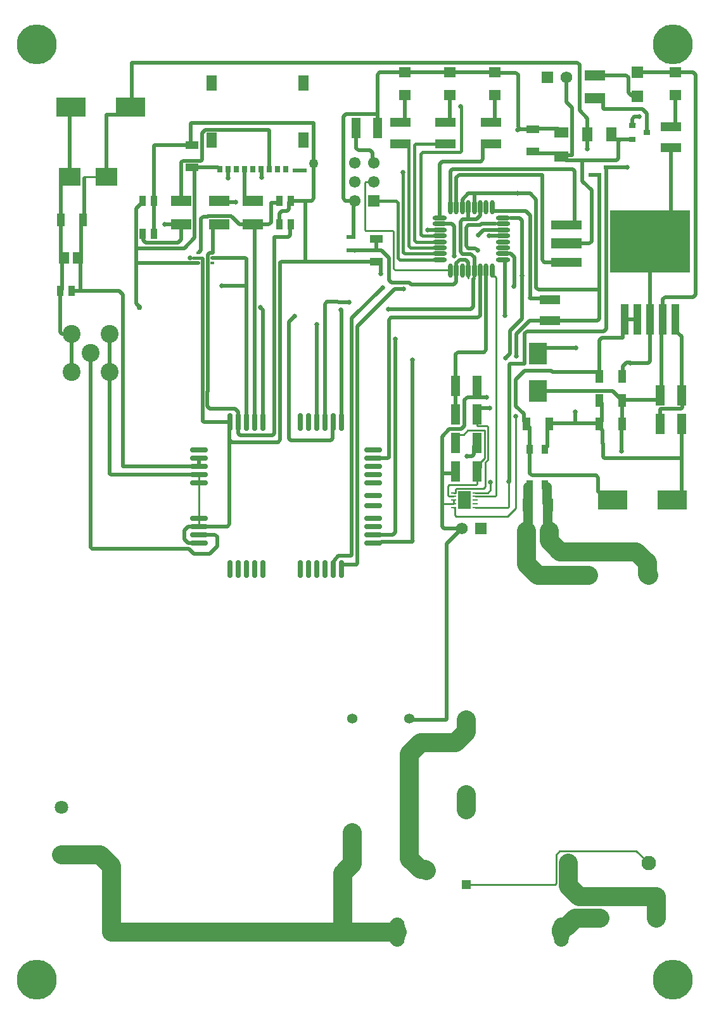
<source format=gtl>
G04*
G04 #@! TF.GenerationSoftware,Altium Limited,Altium Designer,21.3.2 (30)*
G04*
G04 Layer_Physical_Order=1*
G04 Layer_Color=255*
%FSLAX24Y24*%
%MOIN*%
G70*
G04*
G04 #@! TF.SameCoordinates,7650AEDF-855E-494F-9EC9-4397D0FFA18E*
G04*
G04*
G04 #@! TF.FilePolarity,Positive*
G04*
G01*
G75*
%ADD15C,0.0100*%
%ADD30R,0.4230X0.3270*%
%ADD31R,0.0410X0.1590*%
%ADD32R,0.0374X0.0531*%
%ADD36R,0.0394X0.0709*%
%ADD37R,0.0492X0.0236*%
%ADD38R,0.0709X0.0394*%
%ADD43R,0.0354X0.0315*%
%ADD57C,0.0630*%
%ADD58R,0.0630X0.0630*%
%ADD61R,0.0618X0.0618*%
%ADD62C,0.0618*%
%ADD65R,0.0610X0.0610*%
%ADD66C,0.0610*%
%ADD67C,0.0492*%
%ADD68R,0.0492X0.0492*%
%ADD74O,0.0295X0.0945*%
%ADD75O,0.0945X0.0295*%
%ADD76R,0.0650X0.0937*%
%ADD77R,0.0276X0.0098*%
%ADD78R,0.0492X0.1063*%
%ADD79O,0.0768X0.0236*%
%ADD80O,0.0236X0.0768*%
%ADD81R,0.1614X0.0472*%
%ADD82R,0.1614X0.0551*%
%ADD83R,0.1102X0.0551*%
%ADD84R,0.1575X0.0984*%
%ADD85R,0.1122X0.0965*%
%ADD86R,0.0571X0.0610*%
%ADD87R,0.0748X0.0531*%
%ADD88R,0.0531X0.0748*%
%ADD89R,0.0709X0.0236*%
%ADD90R,0.1063X0.0492*%
%ADD91R,0.0591X0.0591*%
%ADD92R,0.0591X0.0551*%
%ADD93R,0.0965X0.1122*%
%ADD94R,0.0374X0.0492*%
%ADD95R,0.0264X0.0374*%
%ADD96R,0.0531X0.0787*%
%ADD97R,0.0744X0.0197*%
%ADD98R,0.0197X0.0157*%
%ADD99C,0.1000*%
%ADD100C,0.0200*%
%ADD101C,0.0090*%
%ADD102C,0.0150*%
%ADD103C,0.0500*%
%ADD104C,0.0768*%
%ADD105R,0.0610X0.0610*%
%ADD106C,0.0535*%
%ADD107R,0.0535X0.0535*%
%ADD108R,0.0709X0.0709*%
%ADD109C,0.0709*%
%ADD110C,0.0945*%
%ADD111O,0.0768X0.1535*%
%ADD112C,0.2100*%
%ADD113C,0.0250*%
%ADD114C,0.0197*%
%ADD115C,0.0500*%
%ADD116C,0.0300*%
G36*
X20840Y6620D02*
X20850Y6630D01*
X20910D01*
X20840Y6620D01*
D02*
G37*
D15*
X21828Y42138D02*
X21830Y42140D01*
X26741Y26796D02*
X26802Y26857D01*
X26799Y28174D02*
X26802Y28171D01*
Y26857D02*
Y28171D01*
X25011Y26796D02*
X26741D01*
X23459Y45930D02*
X23469Y45940D01*
D30*
X34230Y40805D02*
D03*
D31*
X35570Y36690D02*
D03*
X34900D02*
D03*
X34230D02*
D03*
X33560D02*
D03*
X32890D02*
D03*
D32*
X8115Y42940D02*
D03*
X7525D02*
D03*
X8115Y41190D02*
D03*
X7525D02*
D03*
X15320Y41690D02*
D03*
X14729D02*
D03*
X3794Y38190D02*
D03*
X3204D02*
D03*
X14729Y42940D02*
D03*
X15320D02*
D03*
D36*
X4405Y41940D02*
D03*
X3224D02*
D03*
X31570Y33690D02*
D03*
X32751D02*
D03*
X32751Y31190D02*
D03*
X31570D02*
D03*
X32751Y32440D02*
D03*
X31570D02*
D03*
X28911Y31190D02*
D03*
X27729D02*
D03*
Y25566D02*
D03*
X28911D02*
D03*
Y26940D02*
D03*
X27729D02*
D03*
D37*
X18501Y41044D02*
D03*
Y40336D02*
D03*
D38*
X19820Y40926D02*
D03*
Y39745D02*
D03*
X28070Y46706D02*
D03*
Y45525D02*
D03*
X10114Y44697D02*
D03*
Y45878D02*
D03*
D43*
X33283Y46903D02*
D03*
Y46155D02*
D03*
X34070Y46529D02*
D03*
D57*
X22461Y7690D02*
D03*
D58*
X18179D02*
D03*
D61*
X28820Y49434D02*
D03*
X25320Y25690D02*
D03*
D62*
X29820Y49434D02*
D03*
X24320Y25690D02*
D03*
D65*
X31594Y5190D02*
D03*
D66*
X18686Y42940D02*
D03*
X19686Y43940D02*
D03*
Y44940D02*
D03*
X18686Y43940D02*
D03*
Y44940D02*
D03*
X34546Y5190D02*
D03*
D67*
X24570Y10909D02*
D03*
Y15627D02*
D03*
D68*
Y6972D02*
D03*
Y11690D02*
D03*
D74*
X12117Y31298D02*
D03*
X12550D02*
D03*
X12983D02*
D03*
X13416D02*
D03*
X13850D02*
D03*
X15818D02*
D03*
X16251D02*
D03*
X16684D02*
D03*
X17117D02*
D03*
X17550D02*
D03*
X17983D02*
D03*
Y23582D02*
D03*
X17550D02*
D03*
X17117D02*
D03*
X16684D02*
D03*
X16251D02*
D03*
X15818D02*
D03*
X13850D02*
D03*
X13416D02*
D03*
X12983D02*
D03*
X12550D02*
D03*
X12117D02*
D03*
D75*
X19657Y24940D02*
D03*
Y25373D02*
D03*
Y25806D02*
D03*
Y26239D02*
D03*
Y26909D02*
D03*
Y27420D02*
D03*
Y28090D02*
D03*
Y28523D02*
D03*
Y28956D02*
D03*
Y29389D02*
D03*
Y29822D02*
D03*
X10483D02*
D03*
Y29389D02*
D03*
Y28956D02*
D03*
Y28523D02*
D03*
Y28090D02*
D03*
Y26239D02*
D03*
Y25806D02*
D03*
Y25373D02*
D03*
Y24940D02*
D03*
D76*
X24450Y27190D02*
D03*
D77*
X25011Y26796D02*
D03*
Y26993D02*
D03*
Y27190D02*
D03*
Y27387D02*
D03*
Y27584D02*
D03*
X23889Y26796D02*
D03*
Y26993D02*
D03*
Y27190D02*
D03*
Y27387D02*
D03*
Y27584D02*
D03*
D78*
X25119Y33190D02*
D03*
X23997D02*
D03*
X25119Y28690D02*
D03*
X23997D02*
D03*
X25119Y30190D02*
D03*
X23997D02*
D03*
X25119Y31690D02*
D03*
X23997D02*
D03*
X35877Y31190D02*
D03*
X34755D02*
D03*
X35877Y32690D02*
D03*
X34755D02*
D03*
X18759Y46777D02*
D03*
X19881D02*
D03*
D79*
X26493Y42042D02*
D03*
Y41727D02*
D03*
Y41412D02*
D03*
Y41097D02*
D03*
Y40783D02*
D03*
Y40468D02*
D03*
Y40153D02*
D03*
Y39838D02*
D03*
X23147D02*
D03*
Y40153D02*
D03*
Y40468D02*
D03*
Y40783D02*
D03*
Y41097D02*
D03*
Y41412D02*
D03*
Y41727D02*
D03*
Y42042D02*
D03*
D80*
X25922Y39267D02*
D03*
X25607D02*
D03*
X25292D02*
D03*
X24977D02*
D03*
X24663D02*
D03*
X24348D02*
D03*
X24033D02*
D03*
X23718D02*
D03*
Y42613D02*
D03*
X24033D02*
D03*
X24348D02*
D03*
X24663D02*
D03*
X24977D02*
D03*
X25292D02*
D03*
X25607D02*
D03*
X25922D02*
D03*
D81*
X29820Y41672D02*
D03*
Y39704D02*
D03*
D82*
Y40688D02*
D03*
D83*
X31320Y49550D02*
D03*
Y48330D02*
D03*
X9570Y41700D02*
D03*
Y42920D02*
D03*
X13320D02*
D03*
Y41700D02*
D03*
X11570Y42920D02*
D03*
Y41700D02*
D03*
D84*
X6895Y47877D02*
D03*
X3745D02*
D03*
X35395Y27190D02*
D03*
X32245D02*
D03*
D85*
X5625Y44190D02*
D03*
X3676D02*
D03*
D86*
X3401Y39940D02*
D03*
X4129D02*
D03*
D87*
X29570Y46538D02*
D03*
Y45279D02*
D03*
D88*
X32200Y46440D02*
D03*
X30940D02*
D03*
D89*
X32121Y44690D02*
D03*
X31334Y44316D02*
D03*
Y45064D02*
D03*
D90*
X35320Y46844D02*
D03*
Y45722D02*
D03*
X28944Y36629D02*
D03*
Y37751D02*
D03*
X25844Y47062D02*
D03*
Y45940D02*
D03*
X23469Y47062D02*
D03*
Y45940D02*
D03*
X21094D02*
D03*
Y47062D02*
D03*
D91*
X33570Y48428D02*
D03*
Y49688D02*
D03*
D92*
X35570Y49698D02*
D03*
Y48517D02*
D03*
X26070D02*
D03*
Y49698D02*
D03*
X23695D02*
D03*
Y48517D02*
D03*
X21320Y49698D02*
D03*
Y48517D02*
D03*
D93*
X28320Y32940D02*
D03*
Y34889D02*
D03*
D94*
X27907Y29875D02*
D03*
X28694D02*
D03*
Y28005D02*
D03*
X27907D02*
D03*
D95*
X11590Y44609D02*
D03*
X12889D02*
D03*
X13755D02*
D03*
X14621D02*
D03*
X12023D02*
D03*
X13322D02*
D03*
X14188D02*
D03*
X15054D02*
D03*
X12456D02*
D03*
D96*
X15983Y46135D02*
D03*
X11157D02*
D03*
Y49147D02*
D03*
X15983D02*
D03*
D97*
X15781Y44521D02*
D03*
D98*
X10446Y40196D02*
D03*
Y39940D02*
D03*
Y39684D02*
D03*
X11194D02*
D03*
Y39940D02*
D03*
Y40196D02*
D03*
D99*
X3250Y8530D02*
X5294D01*
X5880Y4456D02*
Y7944D01*
X5294Y8530D02*
X5880Y7944D01*
Y4456D02*
X18050Y4456D01*
Y7561D01*
X34090Y23310D02*
X34152Y23247D01*
X29496Y24480D02*
X33504D01*
X34090Y23310D02*
Y23894D01*
X33504Y24480D02*
X34090Y23894D01*
X28911Y25066D02*
X29496Y24480D01*
X28911Y25066D02*
Y25566D01*
X28315Y23247D02*
X31003D01*
X27729Y23833D02*
Y25566D01*
Y23833D02*
X28315Y23247D01*
X18179Y7690D02*
X18570Y8081D01*
Y9690D01*
X22156Y7760D02*
X22391D01*
X21570Y8346D02*
X22156Y7760D01*
X21570Y8346D02*
Y13844D01*
X22391Y7760D02*
X22461Y7690D01*
X22156Y14430D02*
X23984D01*
X21570Y13844D02*
X22156Y14430D01*
X24570Y15016D02*
Y15627D01*
X23984Y14430D02*
X24570Y15016D01*
Y10909D02*
Y11690D01*
X29920Y6913D02*
X30506Y6327D01*
X34546D01*
X29920Y6913D02*
Y8090D01*
X34546Y5190D02*
Y6327D01*
X30304Y5190D02*
X31594D01*
X29686Y4724D02*
X29838D01*
X30304Y5190D01*
X29570Y4456D02*
Y4608D01*
X29686Y4724D01*
X18050Y4456D02*
X20909D01*
D100*
X11221Y40196D02*
Y41700D01*
X11194Y40196D02*
X11221D01*
X11056D02*
X11194D01*
X10950Y40090D02*
X11056Y40196D01*
X10499Y40230D02*
X10600Y40330D01*
Y41993D01*
X10717Y42110D02*
X10948D01*
X10600Y41993D02*
X10717Y42110D01*
X10483Y28956D02*
Y29389D01*
X23290Y28600D02*
Y30543D01*
Y25807D02*
Y28600D01*
X23851D01*
Y28540D02*
Y28600D01*
X25000Y43323D02*
X27260D01*
X24656D02*
X25000D01*
X24977Y42613D02*
Y43300D01*
X25000Y43323D01*
X19810Y40350D02*
Y40916D01*
Y40336D02*
Y40350D01*
X18601D02*
X19810D01*
X20107Y40336D02*
X20494Y39949D01*
X19810Y40336D02*
X20107D01*
X10227Y24380D02*
X11073D01*
X11450Y24757D01*
X9967Y24640D02*
X10227Y24380D01*
X11450Y24757D02*
Y25256D01*
X11333Y25373D02*
X11450Y25256D01*
X10483Y25373D02*
X11333D01*
X4847Y24640D02*
X9967D01*
X15337Y30330D02*
X17415D01*
X15220Y30447D02*
Y36580D01*
X17415Y30330D02*
X17532Y30447D01*
Y31280D01*
X15220Y30447D02*
X15337Y30330D01*
X15220Y36580D02*
X15520Y36880D01*
X23540Y15703D02*
Y24910D01*
X24320Y25690D01*
X18050Y7561D02*
X18179Y7690D01*
X27930Y37820D02*
X27940Y37810D01*
X28347Y38260D02*
X31530D01*
X27940Y37810D02*
X28885D01*
X28950Y37746D01*
X27930Y37820D02*
Y42168D01*
X27698Y42400D02*
X27930Y42168D01*
X28230Y38377D02*
Y43003D01*
X27260Y43323D02*
X27910D01*
X28230Y38377D02*
X28347Y38260D01*
X27910Y43323D02*
X28230Y43003D01*
X28702Y35205D02*
X30310D01*
X28702D02*
Y35290D01*
X12983Y31298D02*
Y38480D01*
X13416Y31298D02*
Y36450D01*
X13850Y31377D02*
Y37201D01*
X10690Y31343D02*
Y39887D01*
X17977Y31305D02*
X17983Y31298D01*
X17977Y31305D02*
Y37183D01*
X16684Y31298D02*
Y36414D01*
X17117Y31298D02*
Y37507D01*
X12550Y31298D02*
X12560Y31308D01*
Y31843D01*
X13850Y31377D02*
X13889Y31338D01*
X21720Y25006D02*
Y34580D01*
X6483Y28956D02*
X10483D01*
X5847Y28523D02*
X10483D01*
X11984Y25806D02*
X12101Y25923D01*
Y30361D01*
X10483Y25806D02*
X11984D01*
X10743Y31290D02*
X12117D01*
X11055Y32018D02*
X12385D01*
X12101Y30361D02*
Y31282D01*
X12117Y31298D01*
X12550Y30707D02*
Y30910D01*
X12101Y30361D02*
X12219Y30244D01*
X12385Y32018D02*
X12560Y31843D01*
X10938Y32135D02*
Y32887D01*
X10950Y32899D01*
Y40090D01*
X10938Y32135D02*
X11055Y32018D01*
X9720Y25140D02*
Y25606D01*
Y25140D02*
X9920Y24940D01*
X9720Y25606D02*
X9920Y25806D01*
Y24940D02*
X10483D01*
X9920Y25806D02*
X10483D01*
X17839Y24254D02*
X18479D01*
X18078Y23812D02*
X18777D01*
X18479Y24254D02*
X18535Y24310D01*
X18830Y23864D02*
X18835Y23869D01*
X14470Y30707D02*
Y41027D01*
X14770Y30361D02*
Y39692D01*
X20074Y25006D02*
X21736D01*
X14653Y30244D02*
X14770Y30361D01*
X12550Y30707D02*
X12667Y30590D01*
X12219Y30244D02*
X14653D01*
X12667Y30590D02*
X14353D01*
X14470Y30707D01*
X17636Y24051D02*
X17839Y24254D01*
X17636Y24018D02*
Y24051D01*
X17532Y31280D02*
X17550Y31298D01*
Y23932D02*
X17636Y24018D01*
X17550Y23582D02*
Y23932D01*
X19657Y25373D02*
X20703D01*
X20007Y24940D02*
X20074Y25006D01*
X19657Y24940D02*
X20007D01*
X20703Y25373D02*
X20820Y25490D01*
X18523Y30538D02*
Y36753D01*
Y30538D02*
X18535Y30526D01*
Y24310D02*
Y30526D01*
X18823Y30662D02*
Y36323D01*
Y30662D02*
X18835Y30650D01*
Y23869D02*
Y30650D01*
X20490Y29442D02*
Y36683D01*
X20820Y25490D02*
Y35675D01*
X19657Y29389D02*
X20437D01*
X24973Y30044D02*
X25119Y30190D01*
X24973Y29617D02*
Y30044D01*
X24856Y29500D02*
X24973Y29617D01*
X24590Y29500D02*
X24856D01*
X24580Y29490D02*
X24590Y29500D01*
X32121Y44690D02*
X32131Y44700D01*
X33010D01*
X24348Y42613D02*
Y43014D01*
X24656Y43323D01*
X28944Y36629D02*
X31443D01*
X27879D02*
X28944D01*
X27290Y46823D02*
X27407Y46706D01*
X28070D01*
X27173Y49680D02*
X27290Y49563D01*
Y46823D02*
Y49563D01*
X26088Y49680D02*
X27173D01*
X20494Y38754D02*
X20617Y38630D01*
X20494Y38754D02*
Y39949D01*
X22873Y41397D02*
X23131D01*
X22864Y41406D02*
X22873Y41397D01*
X22511Y41398D02*
X22519Y41406D01*
X22864D01*
X18608Y42861D02*
X18686Y42940D01*
X18608Y41062D02*
Y42861D01*
X18590Y41044D02*
X18608Y41062D01*
X18501Y41044D02*
X18590D01*
X19881Y47490D02*
Y49581D01*
Y46777D02*
Y47490D01*
X18215Y47508D02*
X19863D01*
X19881Y47490D01*
X18090Y43057D02*
Y47383D01*
X18215Y47508D01*
X18090Y43057D02*
X18207Y42940D01*
X18686D01*
X19617Y45009D02*
X19686Y44940D01*
X19617Y45009D02*
Y45473D01*
X18876Y45590D02*
X19500D01*
X19617Y45473D01*
X18759Y45707D02*
Y46777D01*
Y45707D02*
X18876Y45590D01*
X14188Y44609D02*
Y46627D01*
X14135Y46680D02*
X14188Y46627D01*
X19810Y40916D02*
X19820Y40926D01*
X20617Y38630D02*
X21560D01*
X21670Y38520D01*
X23880D01*
X24033Y38673D02*
Y39267D01*
X23880Y38520D02*
X24033Y38673D01*
X26810Y28185D02*
Y34317D01*
X16100Y39745D02*
X19973D01*
X20070Y39090D02*
Y39648D01*
X19973Y39745D02*
X20070Y39648D01*
X24803Y37220D02*
X24940Y37357D01*
X20460Y37220D02*
X24803D01*
X24940Y37357D02*
Y38829D01*
X24611Y32601D02*
X25501D01*
X25510Y32610D01*
X23851Y28540D02*
X23997Y28686D01*
Y28690D01*
X33200Y34400D02*
X34113D01*
X33186D02*
X33200D01*
X27480Y39000D02*
X27490Y39010D01*
X27480Y38965D02*
X27480Y38965D01*
X27480Y36730D02*
Y38965D01*
X26860Y36110D02*
X27480Y36730D01*
X27480Y38965D02*
Y39000D01*
X27490Y39010D02*
Y40455D01*
X27180Y35930D02*
X27879Y36629D01*
X27180Y34770D02*
Y35930D01*
X26860Y34894D02*
Y36110D01*
X26580Y36900D02*
Y39838D01*
X26640Y34660D02*
Y34674D01*
X26860Y34894D01*
X23997Y34853D02*
X24114Y34970D01*
X23997Y33190D02*
Y34853D01*
X24114Y34970D02*
X25485D01*
X20815Y35680D02*
X20820Y35675D01*
X25191Y32030D02*
X25790D01*
X3190Y36037D02*
Y38176D01*
X5794Y28575D02*
Y33940D01*
X12983Y38480D02*
Y39887D01*
X16540Y44890D02*
Y47050D01*
Y43057D02*
Y44890D01*
X10123Y47050D02*
X16540D01*
X16100Y42940D02*
X16423D01*
X16540Y43057D01*
X16100Y39745D02*
Y42940D01*
X14823Y39745D02*
X16100D01*
X15320Y42940D02*
X16100D01*
X18823Y36323D02*
X20790Y38290D01*
X18523Y36753D02*
X20150Y38380D01*
X17234Y37625D02*
X17798D01*
X17813Y37610D02*
X18390D01*
X17798Y37625D02*
X17813Y37610D01*
X17970Y37190D02*
X17977Y37183D01*
X17117Y37507D02*
X17234Y37625D01*
X20490Y36683D02*
X20607Y36800D01*
X25290Y36917D02*
Y38370D01*
X20607Y36800D02*
X25173D01*
X25290Y36917D01*
X24470Y32460D02*
X24611Y32601D01*
X24470Y31102D02*
Y32460D01*
X25485Y34970D02*
X25607Y35093D01*
Y39267D01*
X24940Y38829D02*
X24956Y38844D01*
X3190Y38176D02*
X3280Y38266D01*
X10070Y45878D02*
Y46997D01*
X25290Y38370D02*
X25292Y38372D01*
Y39267D01*
X20790Y38290D02*
X21270D01*
X16684Y36414D02*
X16690Y36420D01*
X24545Y40568D02*
Y41543D01*
X24662Y41660D01*
X25289D01*
X25466Y41412D02*
X26493D01*
X25759Y41087D02*
X25773D01*
X25783Y41097D01*
X25289Y41660D02*
X25357Y41727D01*
X26093D01*
X25204Y41150D02*
X25466Y41412D01*
X25783Y41097D02*
X26493D01*
X24590Y41960D02*
X25085D01*
X25292Y42167D01*
Y42613D01*
X24545Y40568D02*
X24662Y40451D01*
X25016D01*
X25146Y40320D02*
X25160D01*
X25016Y40451D02*
X25146Y40320D01*
X24790Y40151D02*
X24977Y39963D01*
X24663Y39267D02*
Y39703D01*
X24362Y40151D02*
X24790D01*
X24515Y39851D02*
X24663Y39703D01*
X24216Y39851D02*
X24515D01*
X24977Y39267D02*
Y39963D01*
X24663Y42033D02*
Y42613D01*
X24590Y41960D02*
X24663Y42033D01*
X24362Y41960D02*
X24590D01*
X24245Y41843D02*
X24362Y41960D01*
X24245Y40268D02*
Y41843D01*
Y40268D02*
X24362Y40151D01*
X23920Y40020D02*
Y41610D01*
X23803Y41727D02*
X23920Y41610D01*
X23147Y41727D02*
X23803D01*
X24029Y39664D02*
X24216Y39851D01*
X24029Y39650D02*
Y39664D01*
X28667Y39710D02*
X29814D01*
X29820Y39704D01*
X28550Y39827D02*
X28667Y39710D01*
X28550Y39827D02*
Y44310D01*
X31560Y38230D02*
Y44298D01*
Y36746D02*
Y38230D01*
X31530Y38260D02*
X31560Y38230D01*
X25939Y42400D02*
X27698D01*
X27500Y40465D02*
Y41886D01*
X27343Y42043D02*
X27500Y41886D01*
X26893Y42043D02*
X27343D01*
X27490Y40455D02*
X27500Y40465D01*
X25922Y42417D02*
Y42613D01*
Y42417D02*
X25939Y42400D01*
X27077Y38491D02*
Y39969D01*
X27050Y38464D02*
X27077Y38491D01*
X27050Y38450D02*
Y38464D01*
X26894Y40153D02*
X27077Y39969D01*
X26493Y40153D02*
X26894D01*
X24180Y44310D02*
X28550D01*
X24033Y44163D02*
X24180Y44310D01*
X24033Y42613D02*
Y44163D01*
X32377Y46155D02*
X32650D01*
X29820Y41672D02*
X30124D01*
X30260Y41809D01*
X30143Y44610D02*
X30260Y44493D01*
X23835Y44610D02*
X30143D01*
X30260Y41809D02*
Y44493D01*
X30670Y43980D02*
X31150Y43500D01*
X30670Y43980D02*
Y45064D01*
X23718Y44493D02*
X23835Y44610D01*
X23718Y42613D02*
Y44493D01*
X25320Y45010D02*
X25437Y45127D01*
X25583Y45940D02*
X25844D01*
X25437Y45794D02*
X25583Y45940D01*
X25437Y45127D02*
Y45794D01*
X23284Y45010D02*
X25320D01*
X23147Y44873D02*
X23284Y45010D01*
X23147Y42042D02*
Y44873D01*
X31150Y40805D02*
Y43500D01*
X29820Y40688D02*
X31033D01*
X31150Y40805D01*
X29785Y45064D02*
X30670D01*
X31334D01*
X28094Y46730D02*
X29378D01*
X31542Y44316D02*
X31560Y44298D01*
X31334Y44316D02*
X31542D01*
X31443Y36629D02*
X31560Y36746D01*
X31915Y39087D02*
Y44672D01*
X28320Y34908D02*
X28702Y35290D01*
X31933Y44690D02*
X32121D01*
X31915Y44672D02*
X31933Y44690D01*
X31915Y39087D02*
X31920Y39082D01*
Y36187D02*
Y39082D01*
X31803Y36070D02*
X31920Y36187D01*
X27744Y36070D02*
X31803D01*
X27627Y35953D02*
X27744Y36070D01*
X27627Y34370D02*
Y35953D01*
X6948Y50210D02*
X30393D01*
X30510Y47710D02*
Y50093D01*
Y47710D02*
X30940Y47280D01*
X30393Y50210D02*
X30510Y50093D01*
X29820Y48140D02*
X30130Y47830D01*
X29623Y45331D02*
X30130D01*
Y47830D01*
X29570Y45279D02*
X29623Y45331D01*
X30940Y45660D02*
Y46440D01*
X30940Y45660D02*
X30940Y45660D01*
Y46440D02*
X30940Y46440D01*
X31334Y45064D02*
X32453D01*
X32570Y45181D02*
Y46075D01*
X32453Y45064D02*
X32570Y45181D01*
X32650Y46155D02*
X33283D01*
X32570Y46075D02*
X32650Y46155D01*
X31570Y33920D02*
Y35613D01*
X33655Y47355D02*
X33665Y47365D01*
X33283Y47248D02*
X33390Y47355D01*
X33283Y46903D02*
Y47248D01*
X33390Y47355D02*
X33655D01*
X31771Y47799D02*
X31790Y47780D01*
X33820D02*
X34070Y47530D01*
X31596Y48330D02*
X31771Y48154D01*
X31790Y47780D02*
X33820D01*
X31771Y47799D02*
Y48154D01*
X31320Y48330D02*
X31596D01*
X34070Y46529D02*
Y47530D01*
X32200Y46332D02*
X32377Y46155D01*
X32200Y46332D02*
Y46440D01*
X31320Y49550D02*
X32958D01*
X33075Y48652D02*
Y49433D01*
X32958Y49550D02*
X33075Y49433D01*
Y48652D02*
X33257Y48470D01*
X33528D01*
X33570Y48428D01*
X33575Y49693D02*
X35565D01*
X35570Y49698D01*
X33570Y49688D02*
X33575Y49693D01*
X35570Y47094D02*
Y48517D01*
X35320Y41895D02*
Y45722D01*
X34230Y40805D02*
X35320Y41895D01*
X35017Y37870D02*
X36493D01*
X36610Y37987D02*
Y49581D01*
X36493Y37870D02*
X36610Y37987D01*
X36493Y49698D02*
X36610Y49581D01*
X35570Y49698D02*
X36493D01*
X34900Y37753D02*
X35017Y37870D01*
X34900Y36690D02*
Y37753D01*
X31570Y33823D02*
Y33920D01*
X35465Y36585D02*
X35570Y36690D01*
X34230D02*
Y40805D01*
X32890Y36690D02*
X33560D01*
X31570Y33690D02*
Y33823D01*
X32785Y35742D02*
Y36585D01*
X32773Y35730D02*
X32785Y35742D01*
X31687Y35730D02*
X32773D01*
X32785Y36585D02*
X32890Y36690D01*
X31570Y35613D02*
X31687Y35730D01*
X28320Y34889D02*
Y34908D01*
X32780Y33718D02*
Y34227D01*
X33163Y34423D02*
X33186Y34400D01*
X34113D02*
X34230Y34517D01*
X32976Y34423D02*
X33163D01*
X32751Y33690D02*
X32780Y33718D01*
Y34227D02*
X32976Y34423D01*
X34230Y34517D02*
Y36690D01*
X34820Y32755D02*
Y36610D01*
X34900Y36690D01*
X34755Y32690D02*
X34820Y32755D01*
X35877Y32690D02*
Y35793D01*
X35570Y36100D02*
Y36690D01*
Y36100D02*
X35877Y35793D01*
X26863Y34370D02*
X27627D01*
X26810Y34317D02*
X26863Y34370D01*
X23290Y30543D02*
X23668Y30921D01*
X23407Y25690D02*
X24320D01*
X23290Y25807D02*
X23407Y25690D01*
X24289Y30921D02*
X24470Y31102D01*
X23668Y30921D02*
X24289D01*
X23997Y31690D02*
Y32703D01*
X31383Y28490D02*
X31500Y28373D01*
X28024Y28490D02*
X31383D01*
X31500Y27640D02*
Y28373D01*
Y27640D02*
X31503Y27637D01*
X27907Y28607D02*
X28024Y28490D01*
X27907Y28607D02*
Y29875D01*
X32241Y32950D02*
X32751Y32440D01*
X28330Y32950D02*
X32241D01*
X30290Y31270D02*
Y31830D01*
X30240Y31220D02*
X30290Y31270D01*
X30240Y31220D02*
X31540D01*
X28941D02*
X30240D01*
X27160Y32149D02*
Y33530D01*
Y32149D02*
X27578Y31731D01*
X27631Y34001D02*
X29009D01*
X27160Y33530D02*
X27631Y34001D01*
X29090Y33920D02*
X31473D01*
X31570Y33823D01*
X29009Y34001D02*
X29090Y33920D01*
X31570Y33690D02*
X31600Y33720D01*
X31570Y31033D02*
X31740Y30863D01*
Y30173D02*
X31748Y30166D01*
X31570Y31033D02*
Y31190D01*
X31740Y30173D02*
Y30863D01*
X31748Y29476D02*
Y30166D01*
X35877Y29410D02*
Y30920D01*
Y27637D02*
Y29410D01*
X31748Y29476D02*
X31814Y29410D01*
X35877D01*
X32751Y31190D02*
Y32440D01*
X32751Y32440D01*
X32751Y31190D02*
X32751Y31190D01*
X28144Y45451D02*
X28933D01*
X28070Y45525D02*
X28144Y45451D01*
X28939Y45444D02*
X29404D01*
X28933Y45451D02*
X28939Y45444D01*
X29404D02*
X29570Y45279D01*
X13320Y41700D02*
X14163D01*
X12016Y44126D02*
Y44603D01*
X12023Y44609D01*
X12010Y44120D02*
X12016Y44126D01*
X7525Y41190D02*
X7550Y41165D01*
X7190Y40440D02*
X9720D01*
X10266Y40986D02*
Y44545D01*
X9720Y40440D02*
X10266Y40986D01*
X9390Y40720D02*
X9570Y40900D01*
X7550Y40877D02*
X7707Y40720D01*
X9390D01*
X7550Y40877D02*
Y41165D01*
X13780Y44170D02*
Y44584D01*
Y44170D02*
X13790Y44160D01*
X13755Y44609D02*
X13780Y44584D01*
X11570Y42920D02*
X11620Y42870D01*
X12280D01*
X14280Y42823D02*
X14642D01*
X14729Y42910D01*
X14280Y41817D02*
Y42823D01*
X14729Y42910D02*
Y42940D01*
X14163Y41700D02*
X14280Y41817D01*
X15300Y41670D02*
X15320Y41690D01*
X14470Y41027D02*
X15183D01*
X15300Y41144D02*
Y41670D01*
X15183Y41027D02*
X15300Y41144D01*
X14740Y41701D02*
Y42283D01*
X14857Y42400D02*
X15116D01*
X14729Y41690D02*
X14740Y41701D01*
Y42283D02*
X14857Y42400D01*
X15233Y42517D02*
Y42853D01*
X15116Y42400D02*
X15233Y42517D01*
Y42853D02*
X15320Y42940D01*
X18608Y44861D02*
X18686Y44940D01*
X13735Y37316D02*
Y37329D01*
Y37316D02*
X13850Y37201D01*
X7190Y37537D02*
X7360Y37367D01*
Y37340D02*
Y37367D01*
X9570Y40900D02*
Y41700D01*
X8699D02*
X9570D01*
X11680Y38480D02*
X12983D01*
X7190Y42527D02*
X7525Y42861D01*
Y42940D01*
X7190Y37537D02*
Y39670D01*
Y40440D01*
X10070Y44697D02*
X11503D01*
X4270Y38190D02*
X6306D01*
X4129Y39940D02*
X4270Y39799D01*
X3794Y38190D02*
X4270D01*
Y39799D01*
X19881Y49581D02*
X19998Y49698D01*
X23695D01*
X6948Y47930D02*
Y50210D01*
X6895Y47877D02*
X6948Y47930D01*
X6503Y47485D02*
X6895Y47877D01*
X5625Y47473D02*
X5637Y47485D01*
X5625Y44190D02*
Y47473D01*
X5637Y47485D02*
X6503D01*
X3280Y39819D02*
X3401Y39940D01*
X3280Y38266D02*
Y39819D01*
X6483Y28956D02*
Y38013D01*
X6306Y38190D02*
X6483Y38013D01*
X3190Y36037D02*
X3307Y35920D01*
X3774D01*
X3794Y35940D01*
X8115Y42940D02*
Y45826D01*
X5794Y33940D02*
Y35940D01*
X27578Y31342D02*
Y31731D01*
X28830Y30011D02*
Y31109D01*
X27880Y29961D02*
Y31039D01*
X34755Y31190D02*
Y31961D01*
X35910Y32066D02*
Y32657D01*
X34808Y32013D02*
X35857D01*
X35910Y32066D01*
X34755Y31961D02*
X34808Y32013D01*
X32771Y32460D02*
X34554D01*
X31700Y31320D02*
Y32310D01*
X32740Y29760D02*
Y31179D01*
X9570Y42920D02*
Y44953D01*
X4794Y24693D02*
Y34940D01*
X7190Y40440D02*
Y42527D01*
X3794Y33940D02*
Y35940D01*
X8115Y41190D02*
Y42940D01*
Y45826D02*
X8168Y45878D01*
X3676Y44190D02*
Y47808D01*
X10597Y45039D02*
X10650Y45092D01*
X9656Y45039D02*
X10597D01*
X9570Y44953D02*
X9656Y45039D01*
X10650Y46510D02*
X10820Y46680D01*
X10650Y45092D02*
Y46510D01*
X10070Y46997D02*
X10123Y47050D01*
X8168Y45878D02*
X10070D01*
X7204Y39684D02*
X10446D01*
X3224Y41940D02*
Y43753D01*
Y40117D02*
Y41940D01*
X4450Y41985D02*
Y44137D01*
X4280Y40091D02*
Y41815D01*
X21610Y15650D02*
X23487D01*
X10820Y46680D02*
X14135D01*
X12230Y42110D02*
X12640Y41700D01*
X13320D01*
X13410Y36456D02*
Y41610D01*
X23487Y15650D02*
X23540Y15703D01*
X30940Y46440D02*
Y47280D01*
X29820Y48140D02*
Y49434D01*
X26070Y47263D02*
Y48517D01*
X23695Y47263D02*
Y48517D01*
Y49698D02*
X26070D01*
X12889Y43151D02*
Y44609D01*
X21320Y47062D02*
Y48517D01*
X11194Y39940D02*
X12931D01*
X10959Y42120D02*
X12181D01*
D101*
X18601Y40336D02*
X18674Y40263D01*
X18501Y40336D02*
X18601D01*
X29275Y8545D02*
X29465Y8735D01*
X29275Y7023D02*
Y8545D01*
X29465Y8735D02*
X33507D01*
X34152Y8090D01*
X24572Y6970D02*
X29222D01*
X29275Y7023D01*
X13850Y31298D02*
X13889Y31338D01*
X21736Y25006D02*
X21789Y25059D01*
X10483Y28090D02*
Y28523D01*
Y25806D02*
Y26239D01*
Y28090D01*
X12550Y30910D02*
Y31298D01*
X12117Y31290D02*
Y31298D01*
X10690Y31343D02*
X10743Y31290D01*
X18535Y24363D02*
X18563Y24335D01*
X18535Y24310D02*
X18537D01*
X18563Y24335D01*
X18777Y23812D02*
X18830Y23864D01*
X17983Y23717D02*
X18078Y23812D01*
X17983Y23582D02*
Y23717D01*
X20437Y29389D02*
X20490Y29442D01*
X25700Y29322D02*
Y31036D01*
X25510Y29400D02*
Y30870D01*
X25119Y31088D02*
X25648D01*
X25550Y27886D02*
Y29171D01*
X25320Y28891D02*
Y29210D01*
X25510Y29400D01*
X25648Y31088D02*
X25700Y31036D01*
X25467Y27804D02*
X25550Y27886D01*
Y29171D02*
X25700Y29322D01*
X25119Y28690D02*
X25320Y28891D01*
X24630Y30870D02*
X25510D01*
X24410Y30650D02*
X24630Y30870D01*
X23997Y30650D02*
X24410D01*
X20739Y39374D02*
X20823Y39290D01*
X19263Y43940D02*
X19686D01*
X19210Y41413D02*
Y43887D01*
X19263Y43940D01*
Y41360D02*
X20686D01*
X19210Y41413D02*
X19263Y41360D01*
X20739Y39374D02*
Y41307D01*
X20686Y41360D02*
X20739Y41307D01*
X20823Y39290D02*
X23694D01*
X23718Y39267D01*
X26120Y27442D02*
Y38915D01*
X25990Y38973D02*
X26062D01*
X26067Y27390D02*
X26120Y27442D01*
X25014Y27390D02*
X26067D01*
X25922Y39041D02*
Y39267D01*
Y39041D02*
X25990Y38973D01*
X26062D02*
X26120Y38915D01*
X27150Y26776D02*
Y31600D01*
X26720Y26346D02*
X27150Y26776D01*
X26799Y28174D02*
X26810Y28185D01*
X25119Y31690D02*
Y31959D01*
Y31088D02*
Y31690D01*
Y31959D02*
X25191Y32030D01*
X26492Y41099D02*
X26493Y41097D01*
X25282Y42603D02*
X25292Y42613D01*
X23131Y41397D02*
X23147Y41412D01*
X29620Y41672D02*
X29820D01*
X28070Y46706D02*
X28094Y46730D01*
X29378D02*
X29570Y46538D01*
X33302Y46903D02*
X33415Y47015D01*
X33283Y46903D02*
X33302D01*
X31320Y48330D02*
X31517Y48133D01*
X23997Y32703D02*
Y33190D01*
Y32703D02*
X23997D01*
X28320Y32940D02*
X28330Y32950D01*
X28911Y31190D02*
X28941Y31220D01*
X31540D02*
X31570Y31190D01*
X31503Y27637D02*
X31950Y27190D01*
X27880Y29961D02*
X27907Y29934D01*
X34670Y27637D02*
X35117Y27190D01*
X35395D01*
X28780Y27071D02*
X28911Y26940D01*
X28694Y28005D02*
X28780Y27919D01*
X27729Y25566D02*
X27790Y25627D01*
X27729Y26940D02*
X27790Y26879D01*
X27729Y26940D02*
X27800Y27011D01*
Y27898D02*
X27907Y28005D01*
X28810Y26839D02*
X28911Y26940D01*
X28810Y25667D02*
X28911Y25566D01*
X25684Y27584D02*
X25820Y27720D01*
X25011Y27387D02*
X25014Y27390D01*
X25011Y27584D02*
X25684D01*
X25820Y27720D02*
Y28150D01*
X24033Y27804D02*
X25467D01*
X24663Y38873D02*
Y39267D01*
X10114Y44697D02*
X10159D01*
X12983Y38480D02*
X12983Y38480D01*
X24260Y47890D02*
X24290Y47860D01*
X26070Y49698D02*
X26088Y49680D01*
X4129Y39940D02*
X4280Y40091D01*
X10637Y39940D02*
X10690Y39887D01*
X14770Y39692D02*
X14823Y39745D01*
X27578Y31342D02*
X27880Y31039D01*
X28694Y29875D02*
X28830Y30011D01*
Y31109D02*
X28911Y31190D01*
X35877Y32690D02*
X35910Y32657D01*
X34755Y32661D02*
Y32690D01*
X34554Y32460D02*
X34755Y32661D01*
X32751Y32440D02*
X32771Y32460D01*
X31570Y32440D02*
X31700Y32310D01*
X31570Y31190D02*
X31700Y31320D01*
X32740Y31179D02*
X32751Y31190D01*
X35430Y27190D02*
X35877Y27637D01*
X35395Y27190D02*
X35430D01*
X31950D02*
X32245D01*
X23400Y26990D02*
X23403Y26993D01*
X23889D01*
X23976Y27584D02*
X23980Y27588D01*
X23889Y27584D02*
X23976D01*
X23980Y27588D02*
Y27751D01*
X24033Y27804D01*
X25066Y27994D02*
X25119Y28046D01*
Y28690D01*
X23653Y27994D02*
X25066D01*
X23600Y27941D02*
X23653Y27994D01*
X23600Y27440D02*
X23653Y27387D01*
X23889D01*
X23600Y27440D02*
Y27941D01*
X23970Y26399D02*
X24023Y26346D01*
X23970Y26399D02*
Y26796D01*
X24023Y26346D02*
X26720D01*
X10159Y44697D02*
X10311Y44545D01*
X4794Y24693D02*
X4847Y24640D01*
X5794Y28575D02*
X5847Y28523D01*
X4503Y44190D02*
X5625D01*
X3676Y47808D02*
X3745Y47877D01*
X4450Y44137D02*
X4503Y44190D01*
X10948Y42110D02*
X10959Y42120D01*
X7190Y39670D02*
X7204Y39684D01*
X3661Y44190D02*
X3676D01*
X3224Y40117D02*
X3401Y39940D01*
X4280Y41815D02*
X4450Y41985D01*
X3224Y43753D02*
X3661Y44190D01*
X12931Y39940D02*
X12983Y39887D01*
X12181Y42120D02*
X12192Y42110D01*
X12230D01*
X13410Y36456D02*
X13416Y36450D01*
X35320Y46844D02*
X35570Y47094D01*
X35877Y30920D02*
Y31190D01*
X23889Y26993D02*
Y27190D01*
X23997Y28690D02*
Y29170D01*
X23889Y26796D02*
X23970D01*
X23997Y30190D02*
Y30650D01*
X24570Y6972D02*
X24572Y6970D01*
X24557Y15640D02*
X24570Y15627D01*
X21570Y15690D02*
X21610Y15650D01*
X29570Y45279D02*
X29785Y45064D01*
X26493Y39838D02*
X26580D01*
X23147Y42042D02*
X23184D01*
X25869Y47062D02*
X26070Y47263D01*
X25844Y47062D02*
X25869D01*
X23469Y47062D02*
X23494D01*
X23695Y47263D01*
X11590Y44609D02*
Y44610D01*
X13119Y42920D02*
X13320D01*
X12889Y43151D02*
X13119Y42920D01*
X11503Y44697D02*
X11590Y44610D01*
X19686Y44940D02*
Y44954D01*
X21094Y47062D02*
X21320D01*
X11221Y41700D02*
X11570D01*
D102*
X20959Y39926D02*
X21046Y39838D01*
X21230Y40245D02*
Y44440D01*
Y40245D02*
X21323Y40153D01*
X20871Y42940D02*
X20959Y42852D01*
Y39926D02*
Y42852D01*
X21323Y40153D02*
X23147D01*
X21046Y39838D02*
X23147D01*
X21618Y40468D02*
X23147D01*
X21830Y42140D02*
Y45871D01*
X21889Y45930D01*
X21828Y40870D02*
X21916Y40783D01*
X23147D01*
X21828Y40870D02*
Y42138D01*
X21530Y40555D02*
X21618Y40468D01*
X21889Y45930D02*
X23459D01*
X21530Y40555D02*
Y45706D01*
X19686Y42940D02*
X20871D01*
X22258Y41097D02*
X23147D01*
X22170Y41185D02*
X22258Y41097D01*
X22170Y45412D02*
X22258Y45500D01*
X22170Y41185D02*
Y45412D01*
X22258Y45500D02*
X24237D01*
X24290Y45553D02*
Y47860D01*
X24237Y45500D02*
X24290Y45553D01*
X10205Y39940D02*
X10446D01*
X10637D01*
D103*
X28780Y27071D02*
Y27919D01*
X27790Y25627D02*
Y26879D01*
X27800Y27011D02*
Y27898D01*
X28810Y25667D02*
Y26839D01*
D104*
X29920Y8090D02*
D03*
X31003Y23247D02*
D03*
X34152D02*
D03*
Y8090D02*
D03*
D105*
X19686Y42940D02*
D03*
D106*
X18570Y15690D02*
D03*
Y9690D02*
D03*
X21570Y15690D02*
D03*
D107*
Y9690D02*
D03*
D108*
X3250Y8530D02*
D03*
D109*
Y11030D02*
D03*
D110*
X4794Y34940D02*
D03*
X3794Y35940D02*
D03*
Y33940D02*
D03*
X5794D02*
D03*
Y35940D02*
D03*
D111*
X29570Y4456D02*
D03*
X20909D02*
D03*
D112*
X35433Y51181D02*
D03*
X1969D02*
D03*
Y1969D02*
D03*
X35433D02*
D03*
D113*
X27930Y37820D02*
D03*
X30310Y35205D02*
D03*
X24580Y29490D02*
D03*
X33010Y44700D02*
D03*
X27260Y43323D02*
D03*
X27270Y46670D02*
D03*
X21230Y44440D02*
D03*
X22511Y41398D02*
D03*
X21720Y34580D02*
D03*
X26799Y28174D02*
D03*
X20070Y39090D02*
D03*
X20460Y37220D02*
D03*
X25620Y32610D02*
D03*
X26580Y36900D02*
D03*
X26640Y34660D02*
D03*
X20815Y35680D02*
D03*
X25790Y32030D02*
D03*
X20150Y38380D02*
D03*
X18390Y37610D02*
D03*
X17970Y37190D02*
D03*
X21270Y38290D02*
D03*
X16690Y36420D02*
D03*
X25204Y41150D02*
D03*
X25759Y41087D02*
D03*
X23920Y40020D02*
D03*
X27180Y34770D02*
D03*
X27490Y39010D02*
D03*
X27050Y38450D02*
D03*
X30940Y45660D02*
D03*
X33665Y47365D02*
D03*
X33200Y34400D02*
D03*
X30290Y31830D02*
D03*
X25820Y28150D02*
D03*
X12440Y42860D02*
D03*
X12010Y44120D02*
D03*
X10020Y39950D02*
D03*
X13790Y44160D02*
D03*
X13735Y37329D02*
D03*
X8699Y41700D02*
D03*
X11680Y38480D02*
D03*
X32740Y29760D02*
D03*
X25160Y40320D02*
D03*
X15520Y36880D02*
D03*
X24260Y47890D02*
D03*
X27150Y31600D02*
D03*
D114*
X24647Y26993D02*
D03*
X24253D02*
D03*
X24647Y27387D02*
D03*
X24253D02*
D03*
D115*
X16540Y44890D02*
D03*
D116*
X7360Y37340D02*
D03*
M02*

</source>
